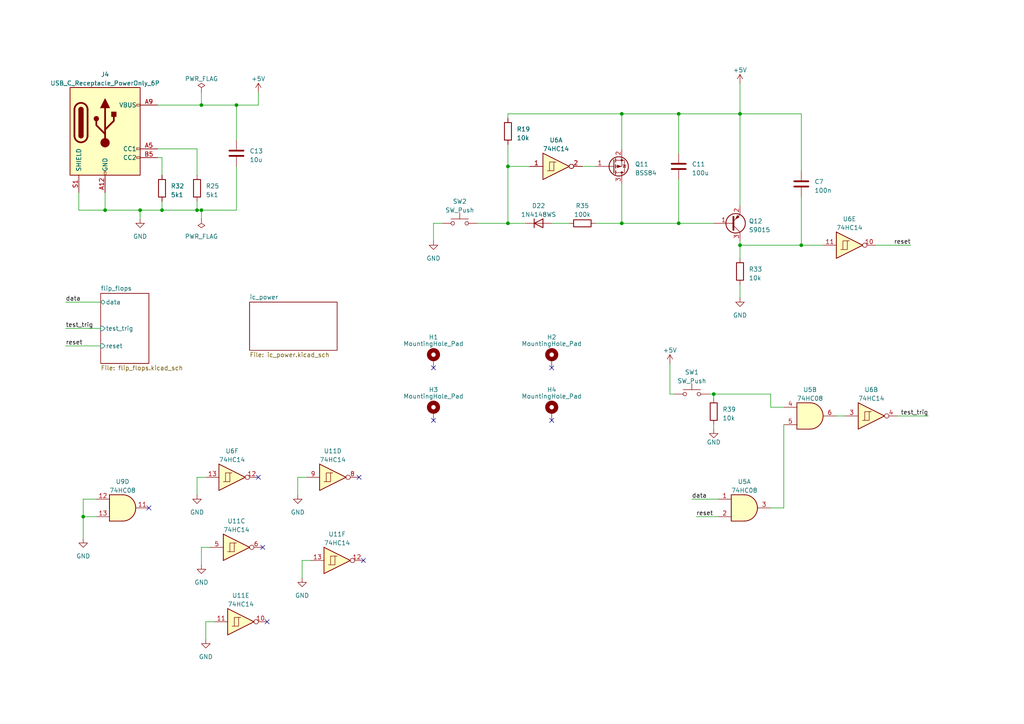
<source format=kicad_sch>
(kicad_sch (version 20230121) (generator eeschema)
  (paper "A4")
  (lib_symbols
    (symbol "74xx:74HC14" (pin_names (offset 1.016))
      (property "Reference" "U" (at 0 1.27 0))
      (property "Value" "74HC14" (at 0 -1.27 0))
      (symbol "74HC14_1_0"
        (polyline (pts (xy -3.81 3.81) (xy -3.81 -3.81) (xy 3.81 0) (xy -3.81 3.81)) (stroke (width 0.254)) (fill (type background)))
        (pin input line (at -7.62 0 0) (length 3.81) (name "~") (number "1"))
        (pin output inverted (at 7.62 0 180) (length 3.81) (name "~") (number "2"))
      )
      (symbol "74HC14_1_1"
        (polyline (pts (xy -1.905 -1.27) (xy -1.905 1.27) (xy -0.635 1.27)))
        (polyline (pts (xy -2.54 -1.27) (xy -0.635 -1.27) (xy -0.635 1.27) (xy 0 1.27)))
      )
      (symbol "74HC14_2_0"
        (polyline (pts (xy -3.81 3.81) (xy -3.81 -3.81) (xy 3.81 0) (xy -3.81 3.81)) (stroke (width 0.254)) (fill (type background)))
        (pin input line (at -7.62 0 0) (length 3.81) (name "~") (number "3"))
        (pin output inverted (at 7.62 0 180) (length 3.81) (name "~") (number "4"))
      )
      (symbol "74HC14_2_1"
        (polyline (pts (xy -1.905 -1.27) (xy -1.905 1.27) (xy -0.635 1.27)))
        (polyline (pts (xy -2.54 -1.27) (xy -0.635 -1.27) (xy -0.635 1.27) (xy 0 1.27)))
      )
      (symbol "74HC14_3_0"
        (polyline (pts (xy -3.81 3.81) (xy -3.81 -3.81) (xy 3.81 0) (xy -3.81 3.81)) (stroke (width 0.254)) (fill (type background)))
        (pin input line (at -7.62 0 0) (length 3.81) (name "~") (number "5"))
        (pin output inverted (at 7.62 0 180) (length 3.81) (name "~") (number "6"))
      )
      (symbol "74HC14_3_1"
        (polyline (pts (xy -1.905 -1.27) (xy -1.905 1.27) (xy -0.635 1.27)))
        (polyline (pts (xy -2.54 -1.27) (xy -0.635 -1.27) (xy -0.635 1.27) (xy 0 1.27)))
      )
      (symbol "74HC14_4_0"
        (polyline (pts (xy -3.81 3.81) (xy -3.81 -3.81) (xy 3.81 0) (xy -3.81 3.81)) (stroke (width 0.254)) (fill (type background)))
        (pin output inverted (at 7.62 0 180) (length 3.81) (name "~") (number "8"))
        (pin input line (at -7.62 0 0) (length 3.81) (name "~") (number "9"))
      )
      (symbol "74HC14_4_1"
        (polyline (pts (xy -1.905 -1.27) (xy -1.905 1.27) (xy -0.635 1.27)))
        (polyline (pts (xy -2.54 -1.27) (xy -0.635 -1.27) (xy -0.635 1.27) (xy 0 1.27)))
      )
      (symbol "74HC14_5_0"
        (polyline (pts (xy -3.81 3.81) (xy -3.81 -3.81) (xy 3.81 0) (xy -3.81 3.81)) (stroke (width 0.254)) (fill (type background)))
        (pin output inverted (at 7.62 0 180) (length 3.81) (name "~") (number "10"))
        (pin input line (at -7.62 0 0) (length 3.81) (name "~") (number "11"))
      )
      (symbol "74HC14_5_1"
        (polyline (pts (xy -1.905 -1.27) (xy -1.905 1.27) (xy -0.635 1.27)))
        (polyline (pts (xy -2.54 -1.27) (xy -0.635 -1.27) (xy -0.635 1.27) (xy 0 1.27)))
      )
      (symbol "74HC14_6_0"
        (polyline (pts (xy -3.81 3.81) (xy -3.81 -3.81) (xy 3.81 0) (xy -3.81 3.81)) (stroke (width 0.254)) (fill (type background)))
        (pin output inverted (at 7.62 0 180) (length 3.81) (name "~") (number "12"))
        (pin input line (at -7.62 0 0) (length 3.81) (name "~") (number "13"))
      )
      (symbol "74HC14_6_1"
        (polyline (pts (xy -1.905 -1.27) (xy -1.905 1.27) (xy -0.635 1.27)))
        (polyline (pts (xy -2.54 -1.27) (xy -0.635 -1.27) (xy -0.635 1.27) (xy 0 1.27)))
      )
      (symbol "74HC14_7_0"
        (pin power_in line (at 0 12.7 270) (length 5.08) (name "VCC") (number "14"))
        (pin power_in line (at 0 -12.7 90) (length 5.08) (name "GND") (number "7"))
      )
      (symbol "74HC14_7_1"
        (rectangle (start -5.08 7.62) (end 5.08 -7.62) (stroke (width 0.254)) (fill (type background)))
      )
    )
    (symbol "Connector:USB_C_Receptacle_PowerOnly_6P" (pin_names (offset 1.016))
      (property "Reference" "J" (at 0 16.51 0))
      (property "Value" "USB_C_Receptacle_PowerOnly_6P" (at 0 13.97 0))
      (symbol "USB_C_Receptacle_PowerOnly_6P_0_0"
        (rectangle (start -0.254 -12.7) (end 0.254 -11.684))
        (rectangle (start 10.16 -7.366) (end 9.144 -7.874))
        (rectangle (start 10.16 -4.826) (end 9.144 -5.334))
        (rectangle (start 10.16 7.874) (end 9.144 7.366))
      )
      (symbol "USB_C_Receptacle_PowerOnly_6P_0_1"
        (rectangle (start -10.16 12.7) (end 10.16 -12.7) (stroke (width 0.254)) (fill (type background)))
        (arc (start -8.89 -1.27) (mid -6.985 -3.1667) (end -5.08 -1.27) (stroke (width 0.508)))
        (arc (start -7.62 -1.27) (mid -6.985 -1.9023) (end -6.35 -1.27) (stroke (width 0.254)))
        (arc (start -7.62 -1.27) (mid -6.985 -1.9023) (end -6.35 -1.27) (stroke (width 0.254)) (fill (type outline)))
        (rectangle (start -7.62 -1.27) (end -6.35 6.35) (stroke (width 0.254)) (fill (type outline)))
        (arc (start -6.35 6.35) (mid -6.985 6.9823) (end -7.62 6.35) (stroke (width 0.254)))
        (arc (start -6.35 6.35) (mid -6.985 6.9823) (end -7.62 6.35) (stroke (width 0.254)) (fill (type outline)))
        (arc (start -5.08 6.35) (mid -6.985 8.2467) (end -8.89 6.35) (stroke (width 0.508)))
        (circle (center -2.54 3.683) (radius 0.635) (stroke (width 0.254)) (fill (type outline)))
        (circle (center 0 -3.302) (radius 1.27) (fill (type outline)))
        (polyline (pts (xy -8.89 -1.27) (xy -8.89 6.35)) (stroke (width 0.508)))
        (polyline (pts (xy -5.08 6.35) (xy -5.08 -1.27)) (stroke (width 0.508)))
        (polyline (pts (xy 0 -3.302) (xy 0 6.858)) (stroke (width 0.508)))
        (polyline (pts (xy 0 -0.762) (xy -2.54 1.778) (xy -2.54 3.048)) (stroke (width 0.508)))
        (polyline (pts (xy 0 0.508) (xy 2.54 3.048) (xy 2.54 4.318)) (stroke (width 0.508)))
        (polyline (pts (xy -1.27 6.858) (xy 0 9.398) (xy 1.27 6.858) (xy -1.27 6.858)) (stroke (width 0.254)) (fill (type outline)))
        (rectangle (start 1.905 4.318) (end 3.175 5.588) (stroke (width 0.254)) (fill (type outline)))
      )
      (symbol "USB_C_Receptacle_PowerOnly_6P_1_1"
        (pin passive line (at 0 -17.78 90) (length 5.08) (name "GND") (number "A12"))
        (pin bidirectional line (at 15.24 -5.08 180) (length 5.08) (name "CC1") (number "A5"))
        (pin passive line (at 15.24 7.62 180) (length 5.08) (name "VBUS") (number "A9"))
        (pin passive line (at 0 -17.78 90) (length 5.08) hide (name "GND") (number "B12"))
        (pin bidirectional line (at 15.24 -7.62 180) (length 5.08) (name "CC2") (number "B5"))
        (pin passive line (at 15.24 7.62 180) (length 5.08) hide (name "VBUS") (number "B9"))
        (pin passive line (at -7.62 -17.78 90) (length 5.08) (name "SHIELD") (number "S1"))
      )
    )
    (symbol "Device:C" (pin_numbers hide) (pin_names (offset 0.254))
      (property "Reference" "C" (at 0.635 2.54 0))
      (property "Value" "C" (at 0.635 -2.54 0))
      (symbol "C_0_1"
        (polyline (pts (xy -2.032 -0.762) (xy 2.032 -0.762)) (stroke (width 0.508)))
        (polyline (pts (xy -2.032 0.762) (xy 2.032 0.762)) (stroke (width 0.508)))
      )
      (symbol "C_1_1"
        (pin passive line (at 0 3.81 270) (length 2.794) (name "~") (number "1"))
        (pin passive line (at 0 -3.81 90) (length 2.794) (name "~") (number "2"))
      )
    )
    (symbol "Device:Q_PNP_BEC" (pin_names (offset 0) hide)
      (property "Reference" "Q" (at 5.08 1.27 0))
      (property "Value" "Q_PNP_BEC" (at 5.08 -1.27 0))
      (symbol "Q_PNP_BEC_0_1"
        (polyline (pts (xy 0.635 0.635) (xy 2.54 2.54)))
        (polyline (pts (xy 0.635 -0.635) (xy 2.54 -2.54) (xy 2.54 -2.54)))
        (polyline (pts (xy 0.635 1.905) (xy 0.635 -1.905) (xy 0.635 -1.905)) (stroke (width 0.508)))
        (polyline (pts (xy 2.286 -1.778) (xy 1.778 -2.286) (xy 1.27 -1.27) (xy 2.286 -1.778) (xy 2.286 -1.778)) (fill (type outline)))
        (circle (center 1.27 0) (radius 2.8194) (stroke (width 0.254)))
      )
      (symbol "Q_PNP_BEC_1_1"
        (pin input line (at -5.08 0 0) (length 5.715) (name "B") (number "1"))
        (pin passive line (at 2.54 -5.08 90) (length 2.54) (name "E") (number "2"))
        (pin passive line (at 2.54 5.08 270) (length 2.54) (name "C") (number "3"))
      )
    )
    (symbol "Device:R" (pin_numbers hide) (pin_names (offset 0))
      (property "Reference" "R" (at 2.032 0 90))
      (property "Value" "R" (at 0 0 90))
      (symbol "R_0_1"
        (rectangle (start -1.016 -2.54) (end 1.016 2.54) (stroke (width 0.254)))
      )
      (symbol "R_1_1"
        (pin passive line (at 0 3.81 270) (length 1.27) (name "~") (number "1"))
        (pin passive line (at 0 -3.81 90) (length 1.27) (name "~") (number "2"))
      )
    )
    (symbol "Diode:1N4148WS" (pin_numbers hide) (pin_names hide)
      (property "Reference" "D" (at 0 2.54 0))
      (property "Value" "1N4148WS" (at 0 -2.54 0))
      (symbol "1N4148WS_0_1"
        (polyline (pts (xy -1.27 1.27) (xy -1.27 -1.27)) (stroke (width 0.254)))
        (polyline (pts (xy 1.27 0) (xy -1.27 0)))
        (polyline (pts (xy 1.27 1.27) (xy 1.27 -1.27) (xy -1.27 0) (xy 1.27 1.27)) (stroke (width 0.254)))
      )
      (symbol "1N4148WS_1_1"
        (pin passive line (at -3.81 0 0) (length 2.54) (name "K") (number "1"))
        (pin passive line (at 3.81 0 180) (length 2.54) (name "A") (number "2"))
      )
    )
    (symbol "Mechanical:MountingHole_Pad" (pin_numbers hide) (pin_names (offset 1.016) hide)
      (property "Reference" "H" (at 0 6.35 0))
      (property "Value" "MountingHole_Pad" (at 0 4.445 0))
      (symbol "MountingHole_Pad_0_1"
        (circle (center 0 1.27) (radius 1.27) (stroke (width 1.27)))
      )
      (symbol "MountingHole_Pad_1_1"
        (pin input line (at 0 -2.54 90) (length 2.54) (name "1") (number "1"))
      )
    )
    (symbol "Switch:SW_Push" (pin_numbers hide) (pin_names (offset 1.016) hide)
      (property "Reference" "SW" (at 1.27 2.54 0))
      (property "Value" "SW_Push" (at 0 -1.524 0))
      (symbol "SW_Push_0_1"
        (circle (center -2.032 0) (radius 0.508))
        (polyline (pts (xy 0 1.27) (xy 0 3.048)))
        (polyline (pts (xy 2.54 1.27) (xy -2.54 1.27)))
        (circle (center 2.032 0) (radius 0.508))
        (pin passive line (at -5.08 0 0) (length 2.54) (name "1") (number "1"))
        (pin passive line (at 5.08 0 180) (length 2.54) (name "2") (number "2"))
      )
    )
    (symbol "Transistor_FET:BSS84" (pin_names hide)
      (property "Reference" "Q" (at 5.08 1.905 0))
      (property "Value" "BSS84" (at 5.08 0 0))
      (symbol "BSS84_0_1"
        (polyline (pts (xy 0.254 0) (xy -2.54 0)))
        (polyline (pts (xy 0.254 1.905) (xy 0.254 -1.905)) (stroke (width 0.254)))
        (polyline (pts (xy 0.762 -1.27) (xy 0.762 -2.286)) (stroke (width 0.254)))
        (polyline (pts (xy 0.762 0.508) (xy 0.762 -0.508)) (stroke (width 0.254)))
        (polyline (pts (xy 0.762 2.286) (xy 0.762 1.27)) (stroke (width 0.254)))
        (polyline (pts (xy 2.54 2.54) (xy 2.54 1.778)))
        (polyline (pts (xy 2.54 -2.54) (xy 2.54 0) (xy 0.762 0)))
        (polyline (pts (xy 0.762 1.778) (xy 3.302 1.778) (xy 3.302 -1.778) (xy 0.762 -1.778)))
        (polyline (pts (xy 2.286 0) (xy 1.27 0.381) (xy 1.27 -0.381) (xy 2.286 0)) (fill (type outline)))
        (polyline (pts (xy 2.794 -0.508) (xy 2.921 -0.381) (xy 3.683 -0.381) (xy 3.81 -0.254)))
        (polyline (pts (xy 3.302 -0.381) (xy 2.921 0.254) (xy 3.683 0.254) (xy 3.302 -0.381)))
        (circle (center 1.651 0) (radius 2.794) (stroke (width 0.254)))
        (circle (center 2.54 -1.778) (radius 0.254) (fill (type outline)))
        (circle (center 2.54 1.778) (radius 0.254) (fill (type outline)))
      )
      (symbol "BSS84_1_1"
        (pin input line (at -5.08 0 0) (length 2.54) (name "G") (number "1"))
        (pin passive line (at 2.54 -5.08 90) (length 2.54) (name "S") (number "2"))
        (pin passive line (at 2.54 5.08 270) (length 2.54) (name "D") (number "3"))
      )
    )
    (symbol "gates:74HC08" (pin_names (offset 1.016))
      (property "Reference" "U" (at 0 1.27 0))
      (property "Value" "74HC08" (at 0 -1.27 0))
      (symbol "74HC08_1_1"
        (arc (start 0 -3.81) (mid 3.7934 0) (end 0 3.81) (stroke (width 0.254)) (fill (type background)))
        (polyline (pts (xy 0 3.81) (xy -3.81 3.81) (xy -3.81 -3.81) (xy 0 -3.81)) (stroke (width 0.254)) (fill (type background)))
        (pin input line (at -7.62 2.54 0) (length 3.81) (name "~") (number "1"))
        (pin input line (at -7.62 -2.54 0) (length 3.81) (name "~") (number "2"))
        (pin output line (at 7.62 0 180) (length 3.81) (name "~") (number "3"))
      )
      (symbol "74HC08_1_2"
        (arc (start -3.81 -3.81) (mid -2.589 0) (end -3.81 3.81) (stroke (width 0.254)))
        (arc (start -0.6096 -3.81) (mid 2.1842 -2.5851) (end 3.81 0) (stroke (width 0.254)) (fill (type background)))
        (polyline (pts (xy -3.81 -3.81) (xy -0.635 -3.81)) (stroke (width 0.254)) (fill (type background)))
        (polyline (pts (xy -3.81 3.81) (xy -0.635 3.81)) (stroke (width 0.254)) (fill (type background)))
        (polyline (pts (xy -0.635 3.81) (xy -3.81 3.81) (xy -3.81 3.81) (xy -3.556 3.4036) (xy -3.0226 2.2606) (xy -2.6924 1.0414) (xy -2.6162 -0.254) (xy -2.7686 -1.4986) (xy -3.175 -2.7178) (xy -3.81 -3.81) (xy -3.81 -3.81) (xy -0.635 -3.81)) (stroke (width -25.4)) (fill (type background)))
        (arc (start 3.81 0) (mid 2.1915 2.5936) (end -0.6096 3.81) (stroke (width 0.254)) (fill (type background)))
        (pin input inverted (at -7.62 2.54 0) (length 4.318) (name "~") (number "1"))
        (pin input inverted (at -7.62 -2.54 0) (length 4.318) (name "~") (number "2"))
        (pin output inverted (at 7.62 0 180) (length 3.81) (name "~") (number "3"))
      )
      (symbol "74HC08_2_1"
        (arc (start 0 -3.81) (mid 3.7934 0) (end 0 3.81) (stroke (width 0.254)) (fill (type background)))
        (polyline (pts (xy 0 3.81) (xy -3.81 3.81) (xy -3.81 -3.81) (xy 0 -3.81)) (stroke (width 0.254)) (fill (type background)))
        (pin input line (at -7.62 2.54 0) (length 3.81) (name "~") (number "4"))
        (pin input line (at -7.62 -2.54 0) (length 3.81) (name "~") (number "5"))
        (pin output line (at 7.62 0 180) (length 3.81) (name "~") (number "6"))
      )
      (symbol "74HC08_2_2"
        (arc (start -3.81 -3.81) (mid -2.589 0) (end -3.81 3.81) (stroke (width 0.254)))
        (arc (start -0.6096 -3.81) (mid 2.1842 -2.5851) (end 3.81 0) (stroke (width 0.254)) (fill (type background)))
        (polyline (pts (xy -3.81 -3.81) (xy -0.635 -3.81)) (stroke (width 0.254)) (fill (type background)))
        (polyline (pts (xy -3.81 3.81) (xy -0.635 3.81)) (stroke (width 0.254)) (fill (type background)))
        (polyline (pts (xy -0.635 3.81) (xy -3.81 3.81) (xy -3.81 3.81) (xy -3.556 3.4036) (xy -3.0226 2.2606) (xy -2.6924 1.0414) (xy -2.6162 -0.254) (xy -2.7686 -1.4986) (xy -3.175 -2.7178) (xy -3.81 -3.81) (xy -3.81 -3.81) (xy -0.635 -3.81)) (stroke (width -25.4)) (fill (type background)))
        (arc (start 3.81 0) (mid 2.1915 2.5936) (end -0.6096 3.81) (stroke (width 0.254)) (fill (type background)))
        (pin input inverted (at -7.62 2.54 0) (length 4.318) (name "~") (number "4"))
        (pin input inverted (at -7.62 -2.54 0) (length 4.318) (name "~") (number "5"))
        (pin output inverted (at 7.62 0 180) (length 3.81) (name "~") (number "6"))
      )
      (symbol "74HC08_3_1"
        (arc (start 0 -3.81) (mid 3.7934 0) (end 0 3.81) (stroke (width 0.254)) (fill (type background)))
        (polyline (pts (xy 0 3.81) (xy -3.81 3.81) (xy -3.81 -3.81) (xy 0 -3.81)) (stroke (width 0.254)) (fill (type background)))
        (pin input line (at -7.62 -2.54 0) (length 3.81) (name "~") (number "10"))
        (pin output line (at 7.62 0 180) (length 3.81) (name "~") (number "8"))
        (pin input line (at -7.62 2.54 0) (length 3.81) (name "~") (number "9"))
      )
      (symbol "74HC08_3_2"
        (arc (start -3.81 -3.81) (mid -2.589 0) (end -3.81 3.81) (stroke (width 0.254)))
        (arc (start -0.6096 -3.81) (mid 2.1842 -2.5851) (end 3.81 0) (stroke (width 0.254)) (fill (type background)))
        (polyline (pts (xy -3.81 -3.81) (xy -0.635 -3.81)) (stroke (width 0.254)) (fill (type background)))
        (polyline (pts (xy -3.81 3.81) (xy -0.635 3.81)) (stroke (width 0.254)) (fill (type background)))
        (polyline (pts (xy -0.635 3.81) (xy -3.81 3.81) (xy -3.81 3.81) (xy -3.556 3.4036) (xy -3.0226 2.2606) (xy -2.6924 1.0414) (xy -2.6162 -0.254) (xy -2.7686 -1.4986) (xy -3.175 -2.7178) (xy -3.81 -3.81) (xy -3.81 -3.81) (xy -0.635 -3.81)) (stroke (width -25.4)) (fill (type background)))
        (arc (start 3.81 0) (mid 2.1915 2.5936) (end -0.6096 3.81) (stroke (width 0.254)) (fill (type background)))
        (pin input inverted (at -7.62 -2.54 0) (length 4.318) (name "~") (number "10"))
        (pin output inverted (at 7.62 0 180) (length 3.81) (name "~") (number "8"))
        (pin input inverted (at -7.62 2.54 0) (length 4.318) (name "~") (number "9"))
      )
      (symbol "74HC08_4_1"
        (arc (start 0 -3.81) (mid 3.7934 0) (end 0 3.81) (stroke (width 0.254)) (fill (type background)))
        (polyline (pts (xy 0 3.81) (xy -3.81 3.81) (xy -3.81 -3.81) (xy 0 -3.81)) (stroke (width 0.254)) (fill (type background)))
        (pin output line (at 7.62 0 180) (length 3.81) (name "~") (number "11"))
        (pin input line (at -7.62 2.54 0) (length 3.81) (name "~") (number "12"))
        (pin input line (at -7.62 -2.54 0) (length 3.81) (name "~") (number "13"))
      )
      (symbol "74HC08_4_2"
        (arc (start -3.81 -3.81) (mid -2.589 0) (end -3.81 3.81) (stroke (width 0.254)))
        (arc (start -0.6096 -3.81) (mid 2.1842 -2.5851) (end 3.81 0) (stroke (width 0.254)) (fill (type background)))
        (polyline (pts (xy -3.81 -3.81) (xy -0.635 -3.81)) (stroke (width 0.254)) (fill (type background)))
        (polyline (pts (xy -3.81 3.81) (xy -0.635 3.81)) (stroke (width 0.254)) (fill (type background)))
        (polyline (pts (xy -0.635 3.81) (xy -3.81 3.81) (xy -3.81 3.81) (xy -3.556 3.4036) (xy -3.0226 2.2606) (xy -2.6924 1.0414) (xy -2.6162 -0.254) (xy -2.7686 -1.4986) (xy -3.175 -2.7178) (xy -3.81 -3.81) (xy -3.81 -3.81) (xy -0.635 -3.81)) (stroke (width -25.4)) (fill (type background)))
        (arc (start 3.81 0) (mid 2.1915 2.5936) (end -0.6096 3.81) (stroke (width 0.254)) (fill (type background)))
        (pin output inverted (at 7.62 0 180) (length 3.81) (name "~") (number "11"))
        (pin input inverted (at -7.62 2.54 0) (length 4.318) (name "~") (number "12"))
        (pin input inverted (at -7.62 -2.54 0) (length 4.318) (name "~") (number "13"))
      )
      (symbol "74HC08_5_0"
        (pin power_in line (at 0 12.7 270) (length 5.08) (name "VCC") (number "14"))
        (pin power_in line (at 0 -12.7 90) (length 5.08) (name "GND") (number "7"))
      )
      (symbol "74HC08_5_1"
        (rectangle (start -5.08 7.62) (end 5.08 -7.62) (stroke (width 0.254)) (fill (type background)))
      )
    )
    (symbol "power:+5V" (power) (pin_names (offset 0))
      (property "Value" "+5V" (at 0 3.556 0))
      (symbol "+5V_0_1"
        (polyline (pts (xy -0.762 1.27) (xy 0 2.54)))
        (polyline (pts (xy 0 0) (xy 0 2.54)))
        (polyline (pts (xy 0 2.54) (xy 0.762 1.27)))
      )
      (symbol "+5V_1_1"
        (pin power_in line (at 0 0 90) (length 0) hide (name "+5V") (number "1"))
      )
    )
    (symbol "power:GND" (power) (pin_names (offset 0))
      (property "Value" "GND" (at 0 -3.81 0))
      (symbol "GND_0_1"
        (polyline (pts (xy 0 0) (xy 0 -1.27) (xy 1.27 -1.27) (xy 0 -2.54) (xy -1.27 -1.27) (xy 0 -1.27)))
      )
      (symbol "GND_1_1"
        (pin power_in line (at 0 0 270) (length 0) hide (name "GND") (number "1"))
      )
    )
    (symbol "power:PWR_FLAG" (power) (pin_numbers hide) (pin_names (offset 0) hide)
      (property "Value" "PWR_FLAG" (at 0 3.81 0))
      (symbol "PWR_FLAG_0_0"
        (pin power_out line (at 0 0 90) (length 0) (name "pwr") (number "1"))
      )
      (symbol "PWR_FLAG_0_1"
        (polyline (pts (xy 0 0) (xy 0 1.27) (xy -1.016 1.905) (xy 0 2.54) (xy 1.016 1.905) (xy 0 1.27)))
      )
    )
  )
  (junction (at 30.48 60.96))
  (junction (at 180.34 64.77))
  (junction (at 68.58 30.48))
  (junction (at 147.32 48.26))
  (junction (at 180.34 33.02))
  (junction (at 40.64 60.96))
  (junction (at 24.13 149.86))
  (junction (at 207.01 114.3))
  (junction (at 214.63 33.02))
  (junction (at 196.85 33.02))
  (junction (at 57.15 60.96))
  (junction (at 232.41 71.12))
  (junction (at 214.63 71.12))
  (junction (at 147.32 64.77))
  (junction (at 46.99 60.96))
  (junction (at 196.85 64.77))
  (junction (at 58.42 30.48))
  (junction (at 58.42 60.96))
  (no_connect (at 125.73 121.92))
  (no_connect (at 43.18 147.32))
  (no_connect (at 74.93 138.43))
  (no_connect (at 76.2 158.75))
  (no_connect (at 105.41 162.56))
  (no_connect (at 77.47 180.34))
  (no_connect (at 160.02 121.92))
  (no_connect (at 160.02 106.68))
  (no_connect (at 125.73 106.68))
  (no_connect (at 104.14 138.43))
  (wire (pts (xy 22.86 55.88) (xy 22.86 60.96)))
  (wire (pts (xy 46.99 60.96) (xy 40.64 60.96)))
  (wire (pts (xy 46.99 45.72) (xy 46.99 50.8)))
  (wire (pts (xy 147.32 48.26) (xy 147.32 64.77)))
  (wire (pts (xy 147.32 33.02) (xy 180.34 33.02)))
  (wire (pts (xy 19.05 87.63) (xy 29.21 87.63)))
  (wire (pts (xy 214.63 69.85) (xy 214.63 71.12)))
  (wire (pts (xy 58.42 158.75) (xy 60.96 158.75)))
  (wire (pts (xy 196.85 33.02) (xy 180.34 33.02)))
  (wire (pts (xy 46.99 60.96) (xy 57.15 60.96)))
  (wire (pts (xy 214.63 24.13) (xy 214.63 33.02)))
  (wire (pts (xy 125.73 64.77) (xy 128.27 64.77)))
  (wire (pts (xy 147.32 64.77) (xy 152.4 64.77)))
  (wire (pts (xy 194.31 105.41) (xy 194.31 114.3)))
  (wire (pts (xy 24.13 144.78) (xy 24.13 149.86)))
  (wire (pts (xy 153.67 48.26) (xy 147.32 48.26)))
  (wire (pts (xy 196.85 52.07) (xy 196.85 64.77)))
  (wire (pts (xy 207.01 123.19) (xy 207.01 124.46)))
  (wire (pts (xy 196.85 33.02) (xy 214.63 33.02)))
  (wire (pts (xy 180.34 53.34) (xy 180.34 64.77)))
  (wire (pts (xy 45.72 30.48) (xy 58.42 30.48)))
  (wire (pts (xy 223.52 118.11) (xy 227.33 118.11)))
  (wire (pts (xy 232.41 71.12) (xy 238.76 71.12)))
  (wire (pts (xy 227.33 147.32) (xy 227.33 123.19)))
  (wire (pts (xy 168.91 48.26) (xy 172.72 48.26)))
  (wire (pts (xy 22.86 60.96) (xy 30.48 60.96)))
  (wire (pts (xy 86.36 138.43) (xy 88.9 138.43)))
  (wire (pts (xy 57.15 58.42) (xy 57.15 60.96)))
  (wire (pts (xy 40.64 63.5) (xy 40.64 60.96)))
  (wire (pts (xy 24.13 149.86) (xy 27.94 149.86)))
  (wire (pts (xy 269.24 120.65) (xy 260.35 120.65)))
  (wire (pts (xy 196.85 64.77) (xy 207.01 64.77)))
  (wire (pts (xy 205.74 114.3) (xy 207.01 114.3)))
  (wire (pts (xy 232.41 33.02) (xy 214.63 33.02)))
  (wire (pts (xy 19.05 100.33) (xy 29.21 100.33)))
  (wire (pts (xy 254 71.12) (xy 264.16 71.12)))
  (wire (pts (xy 59.69 180.34) (xy 62.23 180.34)))
  (wire (pts (xy 214.63 82.55) (xy 214.63 86.36)))
  (wire (pts (xy 87.63 162.56) (xy 90.17 162.56)))
  (wire (pts (xy 30.48 55.88) (xy 30.48 60.96)))
  (wire (pts (xy 58.42 26.67) (xy 58.42 30.48)))
  (wire (pts (xy 68.58 48.26) (xy 68.58 60.96)))
  (wire (pts (xy 24.13 149.86) (xy 24.13 156.21)))
  (wire (pts (xy 138.43 64.77) (xy 147.32 64.77)))
  (wire (pts (xy 232.41 49.53) (xy 232.41 33.02)))
  (wire (pts (xy 223.52 114.3) (xy 223.52 118.11)))
  (wire (pts (xy 194.31 114.3) (xy 195.58 114.3)))
  (wire (pts (xy 86.36 143.51) (xy 86.36 138.43)))
  (wire (pts (xy 59.69 185.42) (xy 59.69 180.34)))
  (wire (pts (xy 68.58 30.48) (xy 74.93 30.48)))
  (wire (pts (xy 180.34 33.02) (xy 180.34 43.18)))
  (wire (pts (xy 207.01 114.3) (xy 207.01 115.57)))
  (wire (pts (xy 27.94 144.78) (xy 24.13 144.78)))
  (wire (pts (xy 74.93 30.48) (xy 74.93 26.67)))
  (wire (pts (xy 45.72 43.18) (xy 57.15 43.18)))
  (wire (pts (xy 45.72 45.72) (xy 46.99 45.72)))
  (wire (pts (xy 207.01 114.3) (xy 223.52 114.3)))
  (wire (pts (xy 160.02 64.77) (xy 165.1 64.77)))
  (wire (pts (xy 68.58 30.48) (xy 68.58 40.64)))
  (wire (pts (xy 214.63 71.12) (xy 232.41 71.12)))
  (wire (pts (xy 68.58 60.96) (xy 58.42 60.96)))
  (wire (pts (xy 46.99 58.42) (xy 46.99 60.96)))
  (wire (pts (xy 58.42 60.96) (xy 58.42 63.5)))
  (wire (pts (xy 201.93 149.86) (xy 208.28 149.86)))
  (wire (pts (xy 30.48 60.96) (xy 40.64 60.96)))
  (wire (pts (xy 147.32 34.29) (xy 147.32 33.02)))
  (wire (pts (xy 58.42 163.83) (xy 58.42 158.75)))
  (wire (pts (xy 58.42 30.48) (xy 68.58 30.48)))
  (wire (pts (xy 87.63 167.64) (xy 87.63 162.56)))
  (wire (pts (xy 223.52 147.32) (xy 227.33 147.32)))
  (wire (pts (xy 57.15 43.18) (xy 57.15 50.8)))
  (wire (pts (xy 214.63 33.02) (xy 214.63 59.69)))
  (wire (pts (xy 232.41 57.15) (xy 232.41 71.12)))
  (wire (pts (xy 180.34 64.77) (xy 172.72 64.77)))
  (wire (pts (xy 200.66 144.78) (xy 208.28 144.78)))
  (wire (pts (xy 19.05 95.25) (xy 29.21 95.25)))
  (wire (pts (xy 147.32 41.91) (xy 147.32 48.26)))
  (wire (pts (xy 125.73 69.85) (xy 125.73 64.77)))
  (wire (pts (xy 196.85 44.45) (xy 196.85 33.02)))
  (wire (pts (xy 196.85 64.77) (xy 180.34 64.77)))
  (wire (pts (xy 214.63 71.12) (xy 214.63 74.93)))
  (wire (pts (xy 242.57 120.65) (xy 245.11 120.65)))
  (wire (pts (xy 57.15 143.51) (xy 57.15 138.43)))
  (wire (pts (xy 58.42 60.96) (xy 57.15 60.96)))
  (wire (pts (xy 57.15 138.43) (xy 59.69 138.43)))
  (label "reset" (at 264.16 71.12 180))
  (label "test_trig" (at 269.24 120.65 180))
  (label "reset" (at 201.93 149.86 0))
  (label "data" (at 19.05 87.63 0))
  (label "reset" (at 19.05 100.33 0))
  (label "data" (at 200.66 144.78 0))
  (label "test_trig" (at 19.05 95.25 0))
  (symbol (lib_id "74xx:74HC14") (at 67.31 138.43 0) (unit 6)
    (property "Reference" "U6" (at 67.31 130.81 0))
    (property "Value" "74HC14" (at 67.31 133.35 0))
    (property "Footprint" "Package_SO:SOIC-14_3.9x8.7mm_P1.27mm" (effects hide))
    (property "Datasheet" "http://www.ti.com/lit/gpn/sn74HC14" (effects hide))
    (property "mpn" "C5605" (effects hide))
  )
  (symbol (lib_id "Device:R") (at 46.99 54.61 0) (unit 1)
    (property "Reference" "R32" (at 49.53 53.975 0) (effects (justify left)))
    (property "Value" "5k1" (at 49.53 56.515 0) (effects (justify left)))
    (property "Footprint" "Resistor_SMD:R_0402_1005Metric" (effects hide))
    (property "Datasheet" "https://datasheet.lcsc.com/lcsc/2206010045_UNI-ROYAL-Uniroyal-Elec-0402WGF5101TCE_C25905.pdf" (effects hide))
    (property "mpn" "C25905" (effects hide))
  )
  (symbol (lib_id "power:GND") (at 87.63 167.64 0) (unit 1)
    (property "Reference" "#PWR078" (effects hide))
    (property "Value" "GND" (at 87.63 172.72 0))
  )
  (symbol (lib_id "gates:74HC08") (at 234.95 120.65 0) (unit 2)
    (property "Reference" "U5" (at 234.9417 113.03 0))
    (property "Value" "74HC08" (at 234.9417 115.57 0))
    (property "Footprint" "Package_SO:SOIC-14_3.9x8.7mm_P1.27mm" (effects hide))
    (property "Datasheet" "http://www.ti.com/lit/gpn/sn74LS08" (effects hide))
    (property "mpn" "C5593" (effects hide))
  )
  (symbol (lib_id "power:GND") (at 58.42 163.83 0) (unit 1)
    (property "Reference" "#PWR075" (effects hide))
    (property "Value" "GND" (at 58.42 168.91 0))
  )
  (symbol (lib_id "Mechanical:MountingHole_Pad") (at 160.02 119.38 0) (unit 1) (in_bom no)
    (property "Reference" "H4" (at 160.02 113.03 0))
    (property "Value" "MountingHole_Pad" (at 160.02 114.935 0))
    (property "Footprint" "MountingHole:MountingHole_3.2mm_M3_Pad_Via" (effects hide))
  )
  (symbol (lib_id "Mechanical:MountingHole_Pad") (at 125.73 119.38 0) (unit 1) (in_bom no)
    (property "Reference" "H3" (at 125.73 113.03 0))
    (property "Value" "MountingHole_Pad" (at 125.73 114.935 0))
    (property "Footprint" "MountingHole:MountingHole_3.2mm_M3_Pad_Via" (effects hide))
  )
  (symbol (lib_id "power:GND") (at 125.73 69.85 0) (unit 1)
    (property "Reference" "#PWR09" (effects hide))
    (property "Value" "GND" (at 125.73 74.93 0))
  )
  (symbol (lib_id "power:GND") (at 207.01 124.46 0) (unit 1)
    (property "Reference" "#PWR021" (effects hide))
    (property "Value" "GND" (at 207.01 128.27 0))
  )
  (symbol (lib_id "Device:R") (at 147.32 38.1 0) (unit 1)
    (property "Reference" "R19" (at 149.86 37.465 0) (effects (justify left)))
    (property "Value" "10k" (at 149.86 40.005 0) (effects (justify left)))
    (property "Footprint" "Resistor_SMD:R_0402_1005Metric" (effects hide))
    (property "Datasheet" "https://datasheet.lcsc.com/lcsc/2206010100_UNI-ROYAL-Uniroyal-Elec-0402WGF1002TCE_C25744.pdf" (effects hide))
    (property "mpn" "C25744" (effects hide))
  )
  (symbol (lib_id "Device:C") (at 196.85 48.26 0) (unit 1)
    (property "Reference" "C11" (at 200.66 47.625 0) (effects (justify left)))
    (property "Value" "100u" (at 200.66 50.165 0) (effects (justify left)))
    (property "Footprint" "Capacitor_SMD:C_1206_3216Metric" (effects hide))
    (property "Datasheet" "https://datasheet.lcsc.com/lcsc/1810301816_Samsung-Electro-Mechanics-CL31A107MQHNNNE_C15008.pdf" (effects hide))
    (property "mpn" "C15008" (effects hide))
  )
  (symbol (lib_id "Diode:1N4148WS") (at 156.21 64.77 0) (unit 1)
    (property "Reference" "D22" (at 156.21 59.69 0))
    (property "Value" "1N4148WS" (at 156.21 62.23 0))
    (property "Footprint" "Diode_SMD:D_SOD-323" (effects hide))
    (property "Datasheet" "https://www.vishay.com/docs/85751/1n4148ws.pdf" (effects hide))
    (property "Sim.Device" "D" (effects hide))
    (property "Sim.Pins" "1=K 2=A" (effects hide))
    (property "mpn" "C2128" (effects hide))
  )
  (symbol (lib_id "74xx:74HC14") (at 161.29 48.26 0) (unit 1)
    (property "Reference" "U6" (at 161.29 40.64 0))
    (property "Value" "74HC14" (at 161.29 43.18 0))
    (property "Footprint" "Package_SO:SOIC-14_3.9x8.7mm_P1.27mm" (effects hide))
    (property "Datasheet" "http://www.ti.com/lit/gpn/sn74HC14" (effects hide))
    (property "mpn" "C5605" (effects hide))
  )
  (symbol (lib_id "power:GND") (at 40.64 63.5 0) (unit 1)
    (property "Reference" "#PWR03" (effects hide))
    (property "Value" "GND" (at 40.64 68.58 0))
  )
  (symbol (lib_id "74xx:74HC14") (at 69.85 180.34 0) (unit 5)
    (property "Reference" "U11" (at 69.85 172.72 0))
    (property "Value" "74HC14" (at 69.85 175.26 0))
    (property "Footprint" "Package_SO:SOIC-14_3.9x8.7mm_P1.27mm" (effects hide))
    (property "Datasheet" "http://www.ti.com/lit/gpn/sn74HC14" (effects hide))
    (property "mpn" "C5605" (effects hide))
  )
  (symbol (lib_id "Mechanical:MountingHole_Pad") (at 160.02 104.14 0) (unit 1) (in_bom no)
    (property "Reference" "H2" (at 160.02 97.79 0))
    (property "Value" "MountingHole_Pad" (at 160.02 99.695 0))
    (property "Footprint" "MountingHole:MountingHole_3.2mm_M3_Pad_Via" (effects hide))
  )
  (symbol (lib_id "Device:C") (at 68.58 44.45 0) (unit 1)
    (property "Reference" "C13" (at 72.39 43.815 0) (effects (justify left)))
    (property "Value" "10u" (at 72.39 46.355 0) (effects (justify left)))
    (property "Footprint" "Capacitor_SMD:C_0402_1005Metric" (effects hide))
    (property "Datasheet" "https://datasheet.lcsc.com/lcsc/2208231630_Samsung-Electro-Mechanics-CL05A106MQ5NUNC_C15525.pdf" (effects hide))
    (property "mpn" "C15525" (effects hide))
  )
  (symbol (lib_id "74xx:74HC14") (at 68.58 158.75 0) (unit 3)
    (property "Reference" "U11" (at 68.58 151.13 0))
    (property "Value" "74HC14" (at 68.58 153.67 0))
    (property "Footprint" "Package_SO:SOIC-14_3.9x8.7mm_P1.27mm" (effects hide))
    (property "Datasheet" "http://www.ti.com/lit/gpn/sn74HC14" (effects hide))
    (property "mpn" "C5605" (effects hide))
  )
  (symbol (lib_id "Device:R") (at 214.63 78.74 0) (unit 1)
    (property "Reference" "R33" (at 217.17 78.105 0) (effects (justify left)))
    (property "Value" "10k" (at 217.17 80.645 0) (effects (justify left)))
    (property "Footprint" "Resistor_SMD:R_0402_1005Metric" (effects hide))
    (property "Datasheet" "https://datasheet.lcsc.com/lcsc/2206010100_UNI-ROYAL-Uniroyal-Elec-0402WGF1002TCE_C25744.pdf" (effects hide))
    (property "mpn" "C25744" (effects hide))
  )
  (symbol (lib_id "gates:74HC08") (at 215.9 147.32 0) (unit 1)
    (property "Reference" "U5" (at 215.8917 139.7 0))
    (property "Value" "74HC08" (at 215.8917 142.24 0))
    (property "Footprint" "Package_SO:SOIC-14_3.9x8.7mm_P1.27mm" (effects hide))
    (property "Datasheet" "http://www.ti.com/lit/gpn/sn74LS08" (effects hide))
    (property "mpn" "C5593" (effects hide))
  )
  (symbol (lib_id "power:+5V") (at 74.93 26.67 0) (unit 1)
    (property "Reference" "#PWR06" (effects hide))
    (property "Value" "+5V" (at 74.93 22.86 0))
  )
  (symbol (lib_id "Connector:USB_C_Receptacle_PowerOnly_6P") (at 30.48 38.1 0) (unit 1)
    (property "Reference" "J4" (at 30.48 21.59 0))
    (property "Value" "USB_C_Receptacle_PowerOnly_6P" (at 30.48 24.13 0))
    (property "Footprint" "usb:USB-TYPE-C-009" (effects hide))
    (property "Datasheet" "https://datasheet.lcsc.com/lcsc/2201121330_DEALON-USB-TYPE-C-009_C2927029.pdf" (effects hide))
    (property "mpn" "C2927029" (effects hide))
  )
  (symbol (lib_id "power:GND") (at 59.69 185.42 0) (unit 1)
    (property "Reference" "#PWR077" (effects hide))
    (property "Value" "GND" (at 59.69 190.5 0))
  )
  (symbol (lib_id "74xx:74HC14") (at 96.52 138.43 0) (unit 4)
    (property "Reference" "U11" (at 96.52 130.81 0))
    (property "Value" "74HC14" (at 96.52 133.35 0))
    (property "Footprint" "Package_SO:SOIC-14_3.9x8.7mm_P1.27mm" (effects hide))
    (property "Datasheet" "http://www.ti.com/lit/gpn/sn74HC14" (effects hide))
    (property "mpn" "C5605" (effects hide))
  )
  (symbol (lib_id "74xx:74HC14") (at 97.79 162.56 0) (unit 6)
    (property "Reference" "U11" (at 97.79 154.94 0))
    (property "Value" "74HC14" (at 97.79 157.48 0))
    (property "Footprint" "Package_SO:SOIC-14_3.9x8.7mm_P1.27mm" (effects hide))
    (property "Datasheet" "http://www.ti.com/lit/gpn/sn74HC14" (effects hide))
    (property "mpn" "C5605" (effects hide))
  )
  (symbol (lib_id "power:GND") (at 24.13 156.21 0) (unit 1)
    (property "Reference" "#PWR060" (effects hide))
    (property "Value" "GND" (at 24.13 161.29 0))
  )
  (symbol (lib_id "Device:R") (at 207.01 119.38 0) (unit 1)
    (property "Reference" "R39" (at 209.55 118.745 0) (effects (justify left)))
    (property "Value" "10k" (at 209.55 121.285 0) (effects (justify left)))
    (property "Footprint" "Resistor_SMD:R_0402_1005Metric" (effects hide))
    (property "Datasheet" "https://datasheet.lcsc.com/lcsc/2206010100_UNI-ROYAL-Uniroyal-Elec-0402WGF1002TCE_C25744.pdf" (effects hide))
    (property "mpn" "C25744" (effects hide))
  )
  (symbol (lib_id "Device:R") (at 57.15 54.61 0) (unit 1)
    (property "Reference" "R25" (at 59.69 53.975 0) (effects (justify left)))
    (property "Value" "5k1" (at 59.69 56.515 0) (effects (justify left)))
    (property "Footprint" "Resistor_SMD:R_0402_1005Metric" (effects hide))
    (property "Datasheet" "https://datasheet.lcsc.com/lcsc/2206010045_UNI-ROYAL-Uniroyal-Elec-0402WGF5101TCE_C25905.pdf" (effects hide))
    (property "mpn" "C25905" (effects hide))
  )
  (symbol (lib_id "power:GND") (at 86.36 143.51 0) (unit 1)
    (property "Reference" "#PWR076" (effects hide))
    (property "Value" "GND" (at 86.36 148.59 0))
  )
  (symbol (lib_id "power:GND") (at 214.63 86.36 0) (unit 1)
    (property "Reference" "#PWR015" (effects hide))
    (property "Value" "GND" (at 214.63 91.44 0))
  )
  (symbol (lib_id "power:+5V") (at 214.63 24.13 0) (unit 1)
    (property "Reference" "#PWR014" (effects hide))
    (property "Value" "+5V" (at 214.63 20.32 0))
  )
  (symbol (lib_id "Transistor_FET:BSS84") (at 177.8 48.26 0) (mirror x) (unit 1)
    (property "Reference" "Q11" (at 184.15 47.625 0) (effects (justify left)))
    (property "Value" "BSS84" (at 184.15 50.165 0) (effects (justify left)))
    (property "Footprint" "Package_TO_SOT_SMD:SOT-23" (effects hide))
    (property "Datasheet" "http://assets.nexperia.com/documents/data-sheet/BSS84.pdf" (effects hide))
    (property "mpn" "C8492" (effects hide))
  )
  (symbol (lib_id "gates:74HC08") (at 35.56 147.32 0) (unit 4)
    (property "Reference" "U9" (at 35.5517 139.7 0))
    (property "Value" "74HC08" (at 35.5517 142.24 0))
    (property "Footprint" "Package_SO:SOIC-14_3.9x8.7mm_P1.27mm" (effects hide))
    (property "Datasheet" "http://www.ti.com/lit/gpn/sn74LS08" (effects hide))
    (property "mpn" "C5593" (effects hide))
  )
  (symbol (lib_id "Device:R") (at 168.91 64.77 90) (unit 1)
    (property "Reference" "R35" (at 168.91 59.69 90))
    (property "Value" "100k" (at 168.91 62.23 90))
    (property "Footprint" "Resistor_SMD:R_0402_1005Metric" (effects hide))
    (property "Datasheet" "https://datasheet.lcsc.com/lcsc/2206010100_UNI-ROYAL-Uniroyal-Elec-0402WGF1003TCE_C25741.pdf" (effects hide))
    (property "mpn" "C25741" (effects hide))
  )
  (symbol (lib_id "Device:C") (at 232.41 53.34 0) (unit 1)
    (property "Reference" "C7" (at 236.22 52.705 0) (effects (justify left)))
    (property "Value" "100n" (at 236.22 55.245 0) (effects (justify left)))
    (property "Footprint" "Capacitor_SMD:C_0402_1005Metric" (effects hide))
    (property "Datasheet" "https://datasheet.lcsc.com/lcsc/1810191219_Samsung-Electro-Mechanics-CL05B104KO5NNNC_C1525.pdf" (effects hide))
    (property "mpn" "C1525" (effects hide))
  )
  (symbol (lib_id "power:GND") (at 57.15 143.51 0) (unit 1)
    (property "Reference" "#PWR074" (effects hide))
    (property "Value" "GND" (at 57.15 148.59 0))
  )
  (symbol (lib_id "74xx:74HC14") (at 252.73 120.65 0) (unit 2)
    (property "Reference" "U6" (at 252.73 113.03 0))
    (property "Value" "74HC14" (at 252.73 115.57 0))
    (property "Footprint" "Package_SO:SOIC-14_3.9x8.7mm_P1.27mm" (effects hide))
    (property "Datasheet" "http://www.ti.com/lit/gpn/sn74HC14" (effects hide))
    (property "mpn" "C5605" (effects hide))
  )
  (symbol (lib_id "Device:Q_PNP_BEC") (at 212.09 64.77 0) (mirror x) (unit 1)
    (property "Reference" "Q12" (at 217.17 64.135 0) (effects (justify left)))
    (property "Value" "S9015" (at 217.17 66.675 0) (effects (justify left)))
    (property "Footprint" "Package_TO_SOT_SMD:SOT-23" (effects hide))
    (property "Datasheet" "https://datasheet.lcsc.com/lcsc/1809211021_Jiangsu-Changjing-Electronics-Technology-Co---Ltd--S9015_C2149.pdf" (effects hide))
    (property "mpn" "C2149" (effects hide))
  )
  (symbol (lib_id "74xx:74HC14") (at 246.38 71.12 0) (unit 5)
    (property "Reference" "U6" (at 246.38 63.5 0))
    (property "Value" "74HC14" (at 246.38 66.04 0))
    (property "Footprint" "Package_SO:SOIC-14_3.9x8.7mm_P1.27mm" (effects hide))
    (property "Datasheet" "http://www.ti.com/lit/gpn/sn74HC14" (effects hide))
    (property "mpn" "C5605" (effects hide))
  )
  (symbol (lib_id "Mechanical:MountingHole_Pad") (at 125.73 104.14 0) (unit 1) (in_bom no)
    (property "Reference" "H1" (at 125.73 97.79 0))
    (property "Value" "MountingHole_Pad" (at 125.73 99.695 0))
    (property "Footprint" "MountingHole:MountingHole_3.2mm_M3_Pad_Via" (effects hide))
  )
  (symbol (lib_id "Switch:SW_Push") (at 133.35 64.77 0) (unit 1)
    (property "Reference" "SW2" (at 133.35 58.42 0))
    (property "Value" "SW_Push" (at 133.35 60.96 0))
    (property "Footprint" "Button_Switch_Keyboard:SW_Cherry_MX_1.00u_PCB" (effects hide))
  )
  (symbol (lib_id "power:+5V") (at 194.31 105.41 0) (unit 1)
    (property "Reference" "#PWR020" (effects hide))
    (property "Value" "+5V" (at 194.31 101.6 0))
  )
  (symbol (lib_id "power:PWR_FLAG") (at 58.42 26.67 0) (unit 1)
    (property "Reference" "#FLG01" (effects hide))
    (property "Value" "PWR_FLAG" (at 58.42 22.86 0))
  )
  (symbol (lib_id "Switch:SW_Push") (at 200.66 114.3 0) (unit 1)
    (property "Reference" "SW1" (at 200.66 107.95 0))
    (property "Value" "SW_Push" (at 200.66 110.49 0))
    (property "Footprint" "Button_Switch_Keyboard:SW_Cherry_MX_1.00u_PCB" (effects hide))
  )
  (symbol (lib_id "power:PWR_FLAG") (at 58.42 63.5 180) (unit 1)
    (property "Reference" "#FLG02" (effects hide))
    (property "Value" "PWR_FLAG" (at 58.42 68.58 0))
  )
  (sheet (at 29.21 85.09) (size 13.97 20.32) (stroke (width 0.1524))
    (property "Sheetname" "flip_flops" (at 29.21 84.3784 0) (effects (justify left bottom)))
    (property "Sheetfile" "flip_flops.kicad_sch" (at 29.21 105.9946 0) (effects (justify left top)))
    (pin "reset" input (at 29.21 100.33 180))
    (pin "test_trig" input (at 29.21 95.25 180))
    (pin "data" bidirectional (at 29.21 87.63 180))
  )
  (sheet (at 72.39 87.63) (size 25.4 13.97) (stroke (width 0.1524))
    (property "Sheetname" "ic_power" (at 72.39 86.9184 0) (effects (justify left bottom)))
    (property "Sheetfile" "ic_power.kicad_sch" (at 72.39 102.1846 0) (effects (justify left top)))
  )
)
</source>
